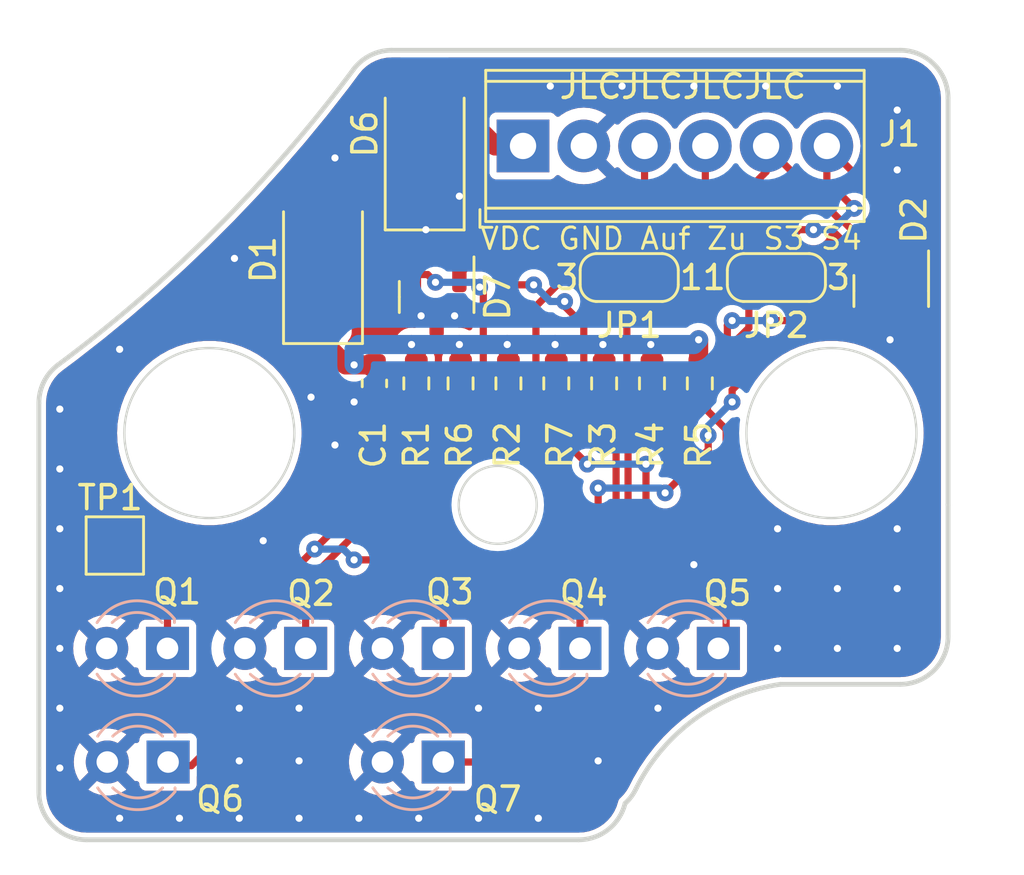
<source format=kicad_pcb>
(kicad_pcb (version 20221018) (generator pcbnew)
  (layers (0 "F.Cu" signal) (31 "B.Cu" signal) (34 "B.Paste" user) (35 "F.Paste" user) (36 "B.SilkS" user "B.Silkscreen") (37 "F.SilkS" user "F.Silkscreen") (38 "B.Mask" user) (39 "F.Mask" user) (44 "Edge.Cuts" user))
  (net 0 "")
  (net 1 "+3.3V")
  (net 2 "GND")
  (net 3 "VDC")
  (net 4 "/Signal3")
  (net 5 "/Signal4")
  (net 6 "/Auf")
  (net 7 "/Zu")
  (net 8 "/SH")
  (net 9 "/Geh")
  (net 10 "/Impuls")
  (net 11 "/WL")
  (net 12 "/Netz")
  (footprint "Capacitor_SMD:C_0603_1608Metric" (layer "F.Cu") (at 100.65 56.425 -90)
    (fp_text reference "C1" (at 2.575 0.05 90) (layer "F.SilkS"))
    (fp_text value "100n")
    (fp_line (start -0.14058 -0.51) (end 0.14058 -0.51) (stroke (width 0.12)) (layer "F.SilkS"))
    (fp_line (start -0.14058 0.51) (end 0.14058 0.51) (stroke (width 0.12)) (layer "F.SilkS"))
    (pad "1" smd roundrect (at -0.775 0 270) (size 0.9 0.95) (layers "F.Cu" "F.Paste" "F.Mask") (net 1 "+3.3V"))
    (pad "2" smd roundrect (at 0.775 0 270) (size 0.9 0.95) (layers "F.Cu" "F.Paste" "F.Mask") (net 2 "GND"))
  )
  (footprint "Resistor_SMD:R_0603_1608Metric" (layer "F.Cu") (at 112.25 56.425 -90)
    (fp_text reference "R4" (at 2.575 0.05 90) (layer "F.SilkS"))
    (fp_text value "10k")
    (fp_line (start -0.237258 -0.5225) (end 0.237258 -0.5225) (stroke (width 0.12)) (layer "F.SilkS"))
    (fp_line (start -0.237258 0.5225) (end 0.237258 0.5225) (stroke (width 0.12)) (layer "F.SilkS"))
    (pad "1" smd roundrect (at -0.825 0 270) (size 0.8 0.95) (layers "F.Cu" "F.Paste" "F.Mask") (net 1 "+3.3V"))
    (pad "2" smd roundrect (at 0.825 0 270) (size 0.8 0.95) (layers "F.Cu" "F.Paste" "F.Mask") (net 8 "/SH"))
  )
  (footprint "Jumper:SolderJumper-3_P1.3mm_Bridged12_RoundedPad1.0x1.5mm_NumberLabels" (layer "F.Cu") (at 111.3 52 180)
    (fp_text reference "JP1" (at 0 -2) (layer "F.SilkS"))
    (fp_text value "JP_Signal3")
    (fp_text user "1" (at -2.6 0) (layer "F.SilkS"))
    (fp_text user "3" (at 2.6 0) (layer "F.SilkS"))
    (fp_poly (pts (xy -0.9 -0.3) (xy -0.4 -0.3) (xy -0.4 0.3) (xy -0.9 0.3)) (fill solid) (layer "F.Cu"))
    (fp_line (start -2.05 0.3) (end -2.05 -0.3) (stroke (width 0.12)) (layer "F.SilkS"))
    (fp_line (start -1.4 -1) (end 1.4 -1) (stroke (width 0.12)) (layer "F.SilkS"))
    (fp_line (start 1.4 1) (end -1.4 1) (stroke (width 0.12)) (layer "F.SilkS"))
    (fp_line (start 2.05 -0.3) (end 2.05 0.3) (stroke (width 0.12)) (layer "F.SilkS"))
    (fp_arc (start -2.05 -0.3) (mid -1.844975 -0.794975) (end -1.35 -1) (stroke (width 0.12)) (layer "F.SilkS"))
    (fp_arc (start -1.35 1) (mid -1.844975 0.794975) (end -2.05 0.3) (stroke (width 0.12)) (layer "F.SilkS"))
    (fp_arc (start 1.35 -1) (mid 1.844975 -0.794975) (end 2.05 -0.3) (stroke (width 0.12)) (layer "F.SilkS"))
    (fp_arc (start 2.05 0.3) (mid 1.844975 0.794975) (end 1.35 1) (stroke (width 0.12)) (layer "F.SilkS"))
    (pad "1" smd custom (at -1.3 0 180) (size 1 0.5) (layers "F.Cu" "F.Mask") (net 8 "/SH") (options (clearance outline) (anchor rect)) (primitives (gr_poly (pts (xy 0.55 0.75) (xy 0 0.75) (xy 0 -0.75) (xy 0.55 -0.75)) (width 0) (fill yes)) (gr_circle (center 0 0.25) (end 0.5 0.25) (width 0) (fill yes)) (gr_circle (center 0 -0.25) (end 0.5 -0.25) (width 0) (fill yes))))
    (pad "2" smd rect (at 0 0 180) (size 1 1.5) (layers "F.Cu" "F.Mask") (net 4 "/Signal3"))
    (pad "3" smd custom (at 1.3 0 180) (size 1 0.5) (layers "F.Cu" "F.Mask") (net 9 "/Geh") (options (clearance outline) (anchor rect)) (primitives (gr_circle (center 0 0.25) (end 0.5 0.25) (width 0) (fill yes)) (gr_circle (center 0 -0.25) (end 0.5 -0.25) (width 0) (fill yes)) (gr_poly (pts (xy 0 0.75) (xy -0.55 0.75) (xy -0.55 -0.75) (xy 0 -0.75)) (width 0) (fill yes))))
  )
  (footprint "Resistor_SMD:R_0603_1608Metric" (layer "F.Cu") (at 102.4 56.425 -90)
    (fp_text reference "R1" (at 2.575 0 90) (layer "F.SilkS"))
    (fp_text value "10k")
    (fp_line (start -0.237258 -0.5225) (end 0.237258 -0.5225) (stroke (width 0.12)) (layer "F.SilkS"))
    (fp_line (start -0.237258 0.5225) (end 0.237258 0.5225) (stroke (width 0.12)) (layer "F.SilkS"))
    (pad "1" smd roundrect (at -0.825 0 270) (size 0.8 0.95) (layers "F.Cu" "F.Paste" "F.Mask") (net 1 "+3.3V"))
    (pad "2" smd roundrect (at 0.825 0 270) (size 0.8 0.95) (layers "F.Cu" "F.Paste" "F.Mask") (net 12 "/Netz"))
  )
  (footprint "Diode_SMD:D_SMA" (layer "F.Cu") (at 98.5 51.25 90)
    (fp_text reference "D1" (at 0 -2.5 90) (layer "F.SilkS"))
    (fp_text value "SS 16")
    (fp_line (start -3.51 -1.65) (end -3.51 1.65) (stroke (width 0.12)) (layer "F.SilkS"))
    (fp_line (start -3.51 -1.65) (end 2 -1.65) (stroke (width 0.12)) (layer "F.SilkS"))
    (fp_line (start -3.51 1.65) (end 2 1.65) (stroke (width 0.12)) (layer "F.SilkS"))
    (pad "1" smd roundrect (at -2 0 90) (size 2.5 1.8) (layers "F.Cu" "F.Paste" "F.Mask") (roundrect_rratio 0.1388888889) (net 1 "+3.3V"))
    (pad "2" smd roundrect (at 2 0 90) (size 2.5 1.8) (layers "F.Cu" "F.Paste" "F.Mask") (roundrect_rratio 0.1388888889) (net 3 "VDC"))
  )
  (footprint "TestPoint:TestPoint_Pad_2.0x2.0mm" (layer "F.Cu") (at 89.8 63.2)
    (fp_text reference "TP1" (at -0.2 -1.998) (layer "F.SilkS"))
    (fp_text value "TestPoint")
    (fp_line (start -1.2 -1.2) (end 1.2 -1.2) (stroke (width 0.12)) (layer "F.SilkS"))
    (fp_line (start -1.2 1.2) (end -1.2 -1.2) (stroke (width 0.12)) (layer "F.SilkS"))
    (fp_line (start 1.2 -1.2) (end 1.2 1.2) (stroke (width 0.12)) (layer "F.SilkS"))
    (fp_line (start 1.2 1.2) (end -1.2 1.2) (stroke (width 0.12)) (layer "F.SilkS"))
    (pad "1" smd rect (at 0 0) (size 2 2) (layers "F.Cu" "F.Mask") (net 12 "/Netz"))
  )
  (footprint "Jumper:SolderJumper-3_P1.3mm_Bridged12_RoundedPad1.0x1.5mm_NumberLabels" (layer "F.Cu") (at 117.45 52)
    (fp_text reference "JP2" (at 0 2) (layer "F.SilkS"))
    (fp_text value "JP_Signal4")
    (fp_text user "1" (at -2.6 0) (layer "F.SilkS"))
    (fp_text user "3" (at 2.6 0) (layer "F.SilkS"))
    (fp_poly (pts (xy -0.9 -0.3) (xy -0.4 -0.3) (xy -0.4 0.3) (xy -0.9 0.3)) (fill solid) (layer "F.Cu"))
    (fp_line (start -2.05 0.3) (end -2.05 -0.3) (stroke (width 0.12)) (layer "F.SilkS"))
    (fp_line (start -1.4 -1) (end 1.4 -1) (stroke (width 0.12)) (layer "F.SilkS"))
    (fp_line (start 1.4 1) (end -1.4 1) (stroke (width 0.12)) (layer "F.SilkS"))
    (fp_line (start 2.05 -0.3) (end 2.05 0.3) (stroke (width 0.12)) (layer "F.SilkS"))
    (fp_arc (start -2.05 -0.3) (mid -1.844975 -0.794975) (end -1.35 -1) (stroke (width 0.12)) (layer "F.SilkS"))
    (fp_arc (start -1.35 1) (mid -1.844975 0.794975) (end -2.05 0.3) (stroke (width 0.12)) (layer "F.SilkS"))
    (fp_arc (start 1.35 -1) (mid 1.844975 -0.794975) (end 2.05 -0.3) (stroke (width 0.12)) (layer "F.SilkS"))
    (fp_arc (start 2.05 0.3) (mid 1.844975 0.794975) (end 1.35 1) (stroke (width 0.12)) (layer "F.SilkS"))
    (pad "1" smd custom (at -1.3 0) (size 1 0.5) (layers "F.Cu" "F.Mask") (net 10 "/Impuls") (options (clearance outline) (anchor rect)) (primitives (gr_poly (pts (xy 0.55 0.75) (xy 0 0.75) (xy 0 -0.75) (xy 0.55 -0.75)) (width 0) (fill yes)) (gr_circle (center 0 0.25) (end 0.5 0.25) (width 0) (fill yes)) (gr_circle (center 0 -0.25) (end 0.5 -0.25) (width 0) (fill yes))))
    (pad "2" smd rect (at 0 0) (size 1 1.5) (layers "F.Cu" "F.Mask") (net 5 "/Signal4"))
    (pad "3" smd custom (at 1.3 0) (size 1 0.5) (layers "F.Cu" "F.Mask") (net 11 "/WL") (options (clearance outline) (anchor rect)) (primitives (gr_circle (center 0 0.25) (end 0.5 0.25) (width 0) (fill yes)) (gr_circle (center 0 -0.25) (end 0.5 -0.25) (width 0) (fill yes)) (gr_poly (pts (xy 0 0.75) (xy -0.55 0.75) (xy -0.55 -0.75) (xy 0 -0.75)) (width 0) (fill yes))))
  )
  (footprint "Resistor_SMD:R_0603_1608Metric" (layer "F.Cu") (at 114.25 56.425 -90)
    (fp_text reference "R5" (at 2.575 0.05 90) (layer "F.SilkS"))
    (fp_text value "10k")
    (fp_line (start -0.237258 -0.5225) (end 0.237258 -0.5225) (stroke (width 0.12)) (layer "F.SilkS"))
    (fp_line (start -0.237258 0.5225) (end 0.237258 0.5225) (stroke (width 0.12)) (layer "F.SilkS"))
    (pad "1" smd roundrect (at -0.825 0 270) (size 0.8 0.95) (layers "F.Cu" "F.Paste" "F.Mask") (net 1 "+3.3V"))
    (pad "2" smd roundrect (at 0.825 0 270) (size 0.8 0.95) (layers "F.Cu" "F.Paste" "F.Mask") (net 11 "/WL"))
  )
  (footprint "Resistor_SMD:R_0603_1608Metric" (layer "F.Cu") (at 108.25 56.425 -90)
    (fp_text reference "R7" (at 2.575 -0.15 90) (layer "F.SilkS"))
    (fp_text value "10k")
    (fp_line (start -0.237258 -0.5225) (end 0.237258 -0.5225) (stroke (width 0.12)) (layer "F.SilkS"))
    (fp_line (start -0.237258 0.5225) (end 0.237258 0.5225) (stroke (width 0.12)) (layer "F.SilkS"))
    (pad "1" smd roundrect (at -0.825 0 270) (size 0.8 0.95) (layers "F.Cu" "F.Paste" "F.Mask") (net 1 "+3.3V"))
    (pad "2" smd roundrect (at 0.825 0 270) (size 0.8 0.95) (layers "F.Cu" "F.Paste" "F.Mask") (net 9 "/Geh"))
  )
  (footprint "Package_TO_SOT_SMD:SOT-23" (layer "F.Cu") (at 122.25 52.5625 -90)
    (fp_text reference "D2" (at -2.9625 -0.95 90) (layer "F.SilkS"))
    (fp_text value "PESD3V3S2UT ")
    (fp_line (start 0 -1.56) (end -1.675 -1.56) (stroke (width 0.12)) (layer "F.SilkS"))
    (fp_line (start 0 -1.56) (end 0.65 -1.56) (stroke (width 0.12)) (layer "F.SilkS"))
    (fp_line (start 0 1.56) (end -0.65 1.56) (stroke (width 0.12)) (layer "F.SilkS"))
    (fp_line (start 0 1.56) (end 0.65 1.56) (stroke (width 0.12)) (layer "F.SilkS"))
    (pad "1" smd roundrect (at -0.9375 -0.95 270) (size 1.475 0.6) (layers "F.Cu" "F.Paste" "F.Mask") (net 5 "/Signal4"))
    (pad "2" smd roundrect (at -0.9375 0.95 270) (size 1.475 0.6) (layers "F.Cu" "F.Paste" "F.Mask") (net 4 "/Signal3"))
    (pad "3" smd roundrect (at 0.9375 0 270) (size 1.475 0.6) (layers "F.Cu" "F.Paste" "F.Mask") (net 2 "GND"))
  )
  (footprint "Resistor_SMD:R_0603_1608Metric" (layer "F.Cu") (at 106.25 56.425 -90)
    (fp_text reference "R2" (at 2.575 0.05 90) (layer "F.SilkS"))
    (fp_text value "10k")
    (fp_line (start -0.237258 -0.5225) (end 0.237258 -0.5225) (stroke (width 0.12)) (layer "F.SilkS"))
    (fp_line (start -0.237258 0.5225) (end 0.237258 0.5225) (stroke (width 0.12)) (layer "F.SilkS"))
    (pad "1" smd roundrect (at -0.825 0 270) (size 0.8 0.95) (layers "F.Cu" "F.Paste" "F.Mask") (net 1 "+3.3V"))
    (pad "2" smd roundrect (at 0.825 0 270) (size 0.8 0.95) (layers "F.Cu" "F.Paste" "F.Mask") (net 6 "/Auf"))
  )
  (footprint "Resistor_SMD:R_0603_1608Metric" (layer "F.Cu") (at 110.25 56.425 -90)
    (fp_text reference "R3" (at 2.575 0.05 90) (layer "F.SilkS"))
    (fp_text value "10k")
    (fp_line (start -0.237258 -0.5225) (end 0.237258 -0.5225) (stroke (width 0.12)) (layer "F.SilkS"))
    (fp_line (start -0.237258 0.5225) (end 0.237258 0.5225) (stroke (width 0.12)) (layer "F.SilkS"))
    (pad "1" smd roundrect (at -0.825 0 270) (size 0.8 0.95) (layers "F.Cu" "F.Paste" "F.Mask") (net 1 "+3.3V"))
    (pad "2" smd roundrect (at 0.825 0 270) (size 0.8 0.95) (layers "F.Cu" "F.Paste" "F.Mask") (net 7 "/Zu"))
  )
  (footprint "Resistor_SMD:R_0603_1608Metric" (layer "F.Cu") (at 104.25 56.425 -90)
    (fp_text reference "R6" (at 2.575 0.05 90) (layer "F.SilkS"))
    (fp_text value "10k")
    (fp_line (start -0.237258 -0.5225) (end 0.237258 -0.5225) (stroke (width 0.12)) (layer "F.SilkS"))
    (fp_line (start -0.237258 0.5225) (end 0.237258 0.5225) (stroke (width 0.12)) (layer "F.SilkS"))
    (pad "1" smd roundrect (at -0.825 0 270) (size 0.8 0.95) (layers "F.Cu" "F.Paste" "F.Mask") (net 1 "+3.3V"))
    (pad "2" smd roundrect (at 0.825 0 270) (size 0.8 0.95) (layers "F.Cu" "F.Paste" "F.Mask") (net 10 "/Impuls"))
  )
  (footprint "TerminalBlock_Phoenix:TerminalBlock_Phoenix_MPT-0,5-6-2.54_1x06_P2.54mm_Horizontal" (layer "F.Cu") (at 106.86 46.5)
    (fp_text reference "J1" (at 15.74 -0.5) (layer "F.SilkS"))
    (fp_text value "DG308 2,54-6")
    (fp_line (start -1.8 2.66) (end -1.8 3.4) (stroke (width 0.12)) (layer "F.SilkS"))
    (fp_line (start -1.8 3.4) (end -1.3 3.4) (stroke (width 0.12)) (layer "F.SilkS"))
    (fp_line (start -1.56 -3.16) (end -1.56 3.16) (stroke (width 0.12)) (layer "F.SilkS"))
    (fp_line (start -1.56 -3.16) (end 14.26 -3.16) (stroke (width 0.12)) (layer "F.SilkS"))
    (fp_line (start -1.56 -2.7) (end 14.26 -2.7) (stroke (width 0.12)) (layer "F.SilkS"))
    (fp_line (start -1.56 2.6) (end 14.26 2.6) (stroke (width 0.12)) (layer "F.SilkS"))
    (fp_line (start -1.56 3.16) (end 14.26 3.16) (stroke (width 0.12)) (layer "F.SilkS"))
    (fp_line (start 14.26 -3.16) (end 14.26 3.16) (stroke (width 0.12)) (layer "F.SilkS"))
    (pad "1" thru_hole rect (at 0 0) (size 2.2 2.2) (drill 1.1) (layers "*.Cu" "*.Mask") (net 3 "VDC"))
    (pad "2" thru_hole circle (at 2.54 0) (size 2.2 2.2) (drill 1.1) (layers "*.Cu" "*.Mask") (net 2 "GND"))
    (pad "3" thru_hole circle (at 5.08 0) (size 2.2 2.2) (drill 1.1) (layers "*.Cu" "*.Mask") (net 6 "/Auf"))
    (pad "4" thru_hole circle (at 7.62 0) (size 2.2 2.2) (drill 1.1) (layers "*.Cu" "*.Mask") (net 7 "/Zu"))
    (pad "5" thru_hole circle (at 10.16 0) (size 2.2 2.2) (drill 1.1) (layers "*.Cu" "*.Mask") (net 4 "/Signal3"))
    (pad "6" thru_hole circle (at 12.7 0) (size 2.2 2.2) (drill 1.1) (layers "*.Cu" "*.Mask") (net 5 "/Signal4"))
  )
  (footprint "Diode_SMD:D_SMA" (layer "F.Cu") (at 102.75 46.5 90)
    (fp_text reference "D6" (at 0.5 -2.5 90) (layer "F.SilkS"))
    (fp_text value "P4SMAJ5.0CA")
    (fp_line (start -3.51 -1.65) (end -3.51 1.65) (stroke (width 0.12)) (layer "F.SilkS"))
    (fp_line (start -3.51 -1.65) (end 2 -1.65) (stroke (width 0.12)) (layer "F.SilkS"))
    (fp_line (start -3.51 1.65) (end 2 1.65) (stroke (width 0.12)) (layer "F.SilkS"))
    (pad "1" smd roundrect (at -2 0 90) (size 2.5 1.8) (layers "F.Cu" "F.Paste" "F.Mask") (roundrect_rratio 0.1388888889) (net 2 "GND"))
    (pad "2" smd roundrect (at 2 0 90) (size 2.5 1.8) (layers "F.Cu" "F.Paste" "F.Mask") (roundrect_rratio 0.1388888889) (net 3 "VDC"))
  )
  (footprint "Package_TO_SOT_SMD:SOT-23" (layer "F.Cu") (at 103.25 52.8125 -90)
    (fp_text reference "D7" (at 0 -2.55 90) (layer "F.SilkS"))
    (fp_text value "PESD3V3S2UT ")
    (fp_line (start 0 -1.56) (end -1.675 -1.56) (stroke (width 0.12)) (layer "F.SilkS"))
    (fp_line (start 0 -1.56) (end 0.65 -1.56) (stroke (width 0.12)) (layer "F.SilkS"))
    (fp_line (start 0 1.56) (end -0.65 1.56) (stroke (width 0.12)) (layer "F.SilkS"))
    (fp_line (start 0 1.56) (end 0.65 1.56) (stroke (width 0.12)) (layer "F.SilkS"))
    (pad "1" smd roundrect (at -0.9375 -0.95 270) (size 1.475 0.6) (layers "F.Cu" "F.Paste" "F.Mask") (net 7 "/Zu"))
    (pad "2" smd roundrect (at -0.9375 0.95 270) (size 1.475 0.6) (layers "F.Cu" "F.Paste" "F.Mask") (net 6 "/Auf"))
    (pad "3" smd roundrect (at 0.9375 0 270) (size 1.475 0.6) (layers "F.Cu" "F.Paste" "F.Mask") (net 2 "GND"))
  )
  (footprint "LED_THT:LED_D3.0mm_Clear" (layer "B.Cu") (at 97.775 67.5 180)
    (fp_text reference "Q2" (at -0.225 2.3) (layer "F.SilkS"))
    (fp_text value "SFH309-5")
    (fp_line (start -0.29 -1.08) (end -0.29 -1.236) (stroke (width 0.12)) (layer "B.SilkS"))
    (fp_line (start -0.29 1.236) (end -0.29 1.08) (stroke (width 0.12)) (layer "B.SilkS"))
    (fp_arc (start -0.29 -1.235516) (mid 1.366487 -1.987659) (end 2.942335 -1.078608) (stroke (width 0.12)) (layer "B.SilkS"))
    (fp_arc (start 0.229039 -1.08) (mid 1.270117 -1.5) (end 2.31113 -1.079837) (stroke (width 0.12)) (layer "B.SilkS"))
    (fp_arc (start 2.31113 1.079837) (mid 1.270117 1.5) (end 0.229039 1.08) (stroke (width 0.12)) (layer "B.SilkS"))
    (fp_arc (start 2.942335 1.078608) (mid 1.366487 1.987659) (end -0.29 1.235516) (stroke (width 0.12)) (layer "B.SilkS"))
    (pad "1" thru_hole rect (at 0 0 180) (size 1.8 1.8) (drill 0.9) (layers "*.Cu" "*.Mask") (net 6 "/Auf"))
    (pad "2" thru_hole circle (at 2.54 0 180) (size 1.8 1.8) (drill 0.9) (layers "*.Cu" "*.Mask") (net 2 "GND"))
  )
  (footprint "LED_THT:LED_D3.0mm_Clear" (layer "B.Cu") (at 103.525 67.5 180)
    (fp_text reference "Q3" (at -0.275 2.36) (layer "F.SilkS"))
    (fp_text value "SFH309-5")
    (fp_line (start -0.29 -1.08) (end -0.29 -1.236) (stroke (width 0.12)) (layer "B.SilkS"))
    (fp_line (start -0.29 1.236) (end -0.29 1.08) (stroke (width 0.12)) (layer "B.SilkS"))
    (fp_arc (start -0.29 -1.235516) (mid 1.366487 -1.987659) (end 2.942335 -1.078608) (stroke (width 0.12)) (layer "B.SilkS"))
    (fp_arc (start 0.229039 -1.08) (mid 1.270117 -1.5) (end 2.31113 -1.079837) (stroke (width 0.12)) (layer "B.SilkS"))
    (fp_arc (start 2.31113 1.079837) (mid 1.270117 1.5) (end 0.229039 1.08) (stroke (width 0.12)) (layer "B.SilkS"))
    (fp_arc (start 2.942335 1.078608) (mid 1.366487 1.987659) (end -0.29 1.235516) (stroke (width 0.12)) (layer "B.SilkS"))
    (pad "1" thru_hole rect (at 0 0 180) (size 1.8 1.8) (drill 0.9) (layers "*.Cu" "*.Mask") (net 7 "/Zu"))
    (pad "2" thru_hole circle (at 2.54 0 180) (size 1.8 1.8) (drill 0.9) (layers "*.Cu" "*.Mask") (net 2 "GND"))
  )
  (footprint "LED_THT:LED_D3.0mm_Clear" (layer "B.Cu") (at 92 67.5 180)
    (fp_text reference "Q1" (at -0.4 2.36) (layer "F.SilkS"))
    (fp_text value "SFH309-5")
    (fp_line (start -0.29 -1.08) (end -0.29 -1.236) (stroke (width 0.12)) (layer "B.SilkS"))
    (fp_line (start -0.29 1.236) (end -0.29 1.08) (stroke (width 0.12)) (layer "B.SilkS"))
    (fp_arc (start -0.29 -1.235516) (mid 1.366487 -1.987659) (end 2.942335 -1.078608) (stroke (width 0.12)) (layer "B.SilkS"))
    (fp_arc (start 0.229039 -1.08) (mid 1.270117 -1.5) (end 2.31113 -1.079837) (stroke (width 0.12)) (layer "B.SilkS"))
    (fp_arc (start 2.31113 1.079837) (mid 1.270117 1.5) (end 0.229039 1.08) (stroke (width 0.12)) (layer "B.SilkS"))
    (fp_arc (start 2.942335 1.078608) (mid 1.366487 1.987659) (end -0.29 1.235516) (stroke (width 0.12)) (layer "B.SilkS"))
    (pad "1" thru_hole rect (at 0 0 180) (size 1.8 1.8) (drill 0.9) (layers "*.Cu" "*.Mask") (net 12 "/Netz"))
    (pad "2" thru_hole circle (at 2.54 0 180) (size 1.8 1.8) (drill 0.9) (layers "*.Cu" "*.Mask") (net 2 "GND"))
  )
  (footprint "LED_THT:LED_D3.0mm_Clear" (layer "B.Cu") (at 109.24 67.5 180)
    (fp_text reference "Q4" (at -0.16 2.3) (layer "F.SilkS"))
    (fp_text value "SFH309-5")
    (fp_line (start -0.29 -1.08) (end -0.29 -1.236) (stroke (width 0.12)) (layer "B.SilkS"))
    (fp_line (start -0.29 1.236) (end -0.29 1.08) (stroke (width 0.12)) (layer "B.SilkS"))
    (fp_arc (start -0.29 -1.235516) (mid 1.366487 -1.987659) (end 2.942335 -1.078608) (stroke (width 0.12)) (layer "B.SilkS"))
    (fp_arc (start 0.229039 -1.08) (mid 1.270117 -1.5) (end 2.31113 -1.079837) (stroke (width 0.12)) (layer "B.SilkS"))
    (fp_arc (start 2.31113 1.079837) (mid 1.270117 1.5) (end 0.229039 1.08) (stroke (width 0.12)) (layer "B.SilkS"))
    (fp_arc (start 2.942335 1.078608) (mid 1.366487 1.987659) (end -0.29 1.235516) (stroke (width 0.12)) (layer "B.SilkS"))
    (pad "1" thru_hole rect (at 0 0 180) (size 1.8 1.8) (drill 0.9) (layers "*.Cu" "*.Mask") (net 8 "/SH"))
    (pad "2" thru_hole circle (at 2.54 0 180) (size 1.8 1.8) (drill 0.9) (layers "*.Cu" "*.Mask") (net 2 "GND"))
  )
  (footprint "LED_THT:LED_D3.0mm_Clear" (layer "B.Cu") (at 115.025 67.5 180)
    (fp_text reference "Q5" (at -0.375 2.3) (layer "F.SilkS"))
    (fp_text value "SFH309-5")
    (fp_line (start -0.29 -1.08) (end -0.29 -1.236) (stroke (width 0.12)) (layer "B.SilkS"))
    (fp_line (start -0.29 1.236) (end -0.29 1.08) (stroke (width 0.12)) (layer "B.SilkS"))
    (fp_arc (start -0.29 -1.235516) (mid 1.366487 -1.987659) (end 2.942335 -1.078608) (stroke (width 0.12)) (layer "B.SilkS"))
    (fp_arc (start 0.229039 -1.08) (mid 1.270117 -1.5) (end 2.31113 -1.079837) (stroke (width 0.12)) (layer "B.SilkS"))
    (fp_arc (start 2.31113 1.079837) (mid 1.270117 1.5) (end 0.229039 1.08) (stroke (width 0.12)) (layer "B.SilkS"))
    (fp_arc (start 2.942335 1.078608) (mid 1.366487 1.987659) (end -0.29 1.235516) (stroke (width 0.12)) (layer "B.SilkS"))
    (pad "1" thru_hole rect (at 0 0 180) (size 1.8 1.8) (drill 0.9) (layers "*.Cu" "*.Mask") (net 11 "/WL"))
    (pad "2" thru_hole circle (at 2.54 0 180) (size 1.8 1.8) (drill 0.9) (layers "*.Cu" "*.Mask") (net 2 "GND"))
  )
  (footprint "LED_THT:LED_D3.0mm_Clear" (layer "B.Cu") (at 92.025 72.25 180)
    (fp_text reference "Q6" (at -2.175 -1.55) (layer "F.SilkS"))
    (fp_text value "SFH309-5")
    (fp_line (start -0.29 -1.08) (end -0.29 -1.236) (stroke (width 0.12)) (layer "B.SilkS"))
    (fp_line (start -0.29 1.236) (end -0.29 1.08) (stroke (width 0.12)) (layer "B.SilkS"))
    (fp_arc (start -0.29 -1.235516) (mid 1.366487 -1.987659) (end 2.942335 -1.078608) (stroke (width 0.12)) (layer "B.SilkS"))
    (fp_arc (start 0.229039 -1.08) (mid 1.270117 -1.5) (end 2.31113 -1.079837) (stroke (width 0.12)) (layer "B.SilkS"))
    (fp_arc (start 2.31113 1.079837) (mid 1.270117 1.5) (end 0.229039 1.08) (stroke (width 0.12)) (layer "B.SilkS"))
    (fp_arc (start 2.942335 1.078608) (mid 1.366487 1.987659) (end -0.29 1.235516) (stroke (width 0.12)) (layer "B.SilkS"))
    (pad "1" thru_hole rect (at 0 0 180) (size 1.8 1.8) (drill 0.9) (layers "*.Cu" "*.Mask") (net 10 "/Impuls"))
    (pad "2" thru_hole circle (at 2.54 0 180) (size 1.8 1.8) (drill 0.9) (layers "*.Cu" "*.Mask") (net 2 "GND"))
  )
  (footprint "LED_THT:LED_D3.0mm_Clear" (layer "B.Cu") (at 103.525 72.25 180)
    (fp_text reference "Q7" (at -2.275 -1.55) (layer "F.SilkS"))
    (fp_text value "SFH309-5")
    (fp_line (start -0.29 -1.08) (end -0.29 -1.236) (stroke (width 0.12)) (layer "B.SilkS"))
    (fp_line (start -0.29 1.236) (end -0.29 1.08) (stroke (width 0.12)) (layer "B.SilkS"))
    (fp_arc (start -0.29 -1.235516) (mid 1.366487 -1.987659) (end 2.942335 -1.078608) (stroke (width 0.12)) (layer "B.SilkS"))
    (fp_arc (start 0.229039 -1.08) (mid 1.270117 -1.5) (end 2.31113 -1.079837) (stroke (width 0.12)) (layer "B.SilkS"))
    (fp_arc (start 2.31113 1.079837) (mid 1.270117 1.5) (end 0.229039 1.08) (stroke (width 0.12)) (layer "B.SilkS"))
    (fp_arc (start 2.942335 1.078608) (mid 1.366487 1.987659) (end -0.29 1.235516) (stroke (width 0.12)) (layer "B.SilkS"))
    (pad "1" thru_hole rect (at 0 0 180) (size 1.8 1.8) (drill 0.9) (layers "*.Cu" "*.Mask") (net 9 "/Geh"))
    (pad "2" thru_hole circle (at 2.54 0 180) (size 1.8 1.8) (drill 0.9) (layers "*.Cu" "*.Mask") (net 2 "GND"))
  )
  (gr_line (start 122.625314 69) (end 117.625314 69) (stroke (width 0.2)) (layer "Edge.Cuts"))
  (gr_line (start 124.625314 61.5) (end 124.625314 67) (stroke (width 0.2)) (layer "Edge.Cuts"))
  (gr_line (start 86.625313 61.5) (end 86.625313 57.249372) (stroke (width 0.2)) (layer "Edge.Cuts"))
  (gr_arc (start 111.125314 73.980314) (mid 110.416601 75.074901) (end 109.183846 75.5) (stroke (width 0.2)) (layer "Edge.Cuts"))
  (gr_arc (start 88.625313 75.5) (mid 87.211099 74.914214) (end 86.625313 73.5) (stroke (width 0.2)) (layer "Edge.Cuts"))
  (gr_line (start 124.625314 44.5) (end 124.625314 61.5) (stroke (width 0.2)) (layer "Edge.Cuts"))
  (gr_arc (start 86.625313 57.249372) (mid 86.838263 56.351345) (end 87.431765 55.644553) (stroke (width 0.2)) (layer "Edge.Cuts"))
  (gr_line (start 101.374685 42.5) (end 122.625314 42.5) (stroke (width 0.2)) (layer "Edge.Cuts"))
  (gr_line (start 86.625313 73.5) (end 86.625313 72.5) (stroke (width 0.2)) (layer "Edge.Cuts"))
  (gr_circle (center 93.75 58.5) (end 96 55.75) (stroke (width 0.1)) (fill none) (layer "Edge.Cuts"))
  (gr_circle (center 105.803167 61.5) (end 107.25 60.75) (stroke (width 0.1)) (fill none) (layer "Edge.Cuts"))
  (gr_arc (start 124.625314 67) (mid 124.039528 68.414214) (end 122.625314 69) (stroke (width 0.2)) (layer "Edge.Cuts"))
  (gr_arc (start 99.769867 43.306452) (mid 94.05172 49.926407) (end 87.431765 55.644553) (stroke (width 0.2)) (layer "Edge.Cuts"))
  (gr_arc (start 111.574427 73.3841) (mid 111.377932 73.703345) (end 111.125314 73.980314) (stroke (width 0.2)) (layer "Edge.Cuts"))
  (gr_circle (center 119.75 58.5) (end 122 55.75) (stroke (width 0.1)) (fill none) (layer "Edge.Cuts"))
  (gr_arc (start 99.769867 43.306452) (mid 100.476659 42.71295) (end 101.374685 42.5) (stroke (width 0.2)) (layer "Edge.Cuts"))
  (gr_line (start 111.616488 73.3) (end 111.574427 73.3841) (stroke (width 0.2)) (layer "Edge.Cuts"))
  (gr_arc (start 111.616488 73.3) (mid 114.094725 70.41472) (end 117.625314 69) (stroke (width 0.2)) (layer "Edge.Cuts"))
  (gr_line (start 86.625313 72.5) (end 86.625313 61.5) (stroke (width 0.2)) (layer "Edge.Cuts"))
  (gr_arc (start 122.625314 42.5) (mid 124.039528 43.085786) (end 124.625314 44.5) (stroke (width 0.2)) (layer "Edge.Cuts"))
  (gr_line (start 109.183846 75.5) (end 88.625313 75.5) (stroke (width 0.2)) (layer "Edge.Cuts"))
  (gr_text "VDC GND Auf Zu S3 S4" (at 105 50.9) (layer "F.SilkS") (effects (font (size 0.9 0.9) (thickness 0.12)) (justify left bottom)))
  (gr_text "JLCJLCJLCJLC" (at 108.3 44.6) (layer "F.SilkS") (effects (font (size 1 1)) (justify left bottom)))
  (segment (start 108.25 55.6) (end 108.25 54.85) (width 0.8) (layer "F.Cu") (net 1))
  (segment (start 100.65 55.65) (end 99.8 55.65) (width 0.8) (layer "F.Cu") (net 1))
  (segment (start 99.45 55.65) (end 99.8 55.65) (width 0.8) (layer "F.Cu") (net 1))
  (segment (start 102.4 55) (end 102.2 54.8) (width 0.8) (layer "F.Cu") (net 1))
  (segment (start 106.25 54.85) (end 106.2 54.8) (width 0.8) (layer "F.Cu") (net 1))
  (segment (start 114.2 54.6) (end 114.2 55.55) (width 0.8) (layer "F.Cu") (net 1))
  (segment (start 98.5 54.7) (end 99.45 55.65) (width 0.8) (layer "F.Cu") (net 1))
  (segment (start 108.25 54.85) (end 108.2 54.8) (width 0.8) (layer "F.Cu") (net 1))
  (segment (start 112.25 54.85) (end 112.2 54.8) (width 0.8) (layer "F.Cu") (net 1))
  (segment (start 114.2 55.55) (end 114.25 55.6) (width 0.8) (layer "F.Cu") (net 1))
  (segment (start 112.25 55.6) (end 112.25 54.85) (width 0.8) (layer "F.Cu") (net 1))
  (segment (start 110.25 55.6) (end 110.25 54.85) (width 0.8) (layer "F.Cu") (net 1))
  (segment (start 102.4 55.6) (end 102.4 55) (width 0.8) (layer "F.Cu") (net 1))
  (segment (start 98.5 53.25) (end 98.5 54.7) (width 0.8) (layer "F.Cu") (net 1))
  (segment (start 106.25 55.6) (end 106.25 54.85) (width 0.8) (layer "F.Cu") (net 1))
  (segment (start 104.25 54.85) (end 104.2 54.8) (width 0.8) (layer "F.Cu") (net 1))
  (segment (start 110.25 54.85) (end 110.2 54.8) (width 0.8) (layer "F.Cu") (net 1))
  (segment (start 104.25 55.6) (end 104.25 54.85) (width 0.8) (layer "F.Cu") (net 1))
  (via (at 110.2 54.8) (size 0.7) (drill 0.3) (layers "F.Cu" "B.Cu") (net 1))
  (via (at 102.2 54.8) (size 0.7) (drill 0.3) (layers "F.Cu" "B.Cu") (net 1))
  (via (at 104.2 54.8) (size 0.7) (drill 0.3) (layers "F.Cu" "B.Cu") (net 1))
  (via (at 112.2 54.8) (size 0.7) (drill 0.3) (layers "F.Cu" "B.Cu") (net 1))
  (via (at 114.2 54.6) (size 0.7) (drill 0.3) (layers "F.Cu" "B.Cu") (net 1))
  (via (at 106.2 54.8) (size 0.7) (drill 0.3) (layers "F.Cu" "B.Cu") (net 1))
  (via (at 99.8 55.65) (size 0.7) (drill 0.3) (layers "F.Cu" "B.Cu") (net 1))
  (via (at 108.2 54.8) (size 0.7) (drill 0.3) (layers "F.Cu" "B.Cu") (net 1))
  (segment (start 100 54.8) (end 102.2 54.8) (width 0.8) (layer "B.Cu") (net 1))
  (segment (start 108.2 54.8) (end 110.2 54.8) (width 0.8) (layer "B.Cu") (net 1))
  (segment (start 104.2 54.8) (end 106.2 54.8) (width 0.8) (layer "B.Cu") (net 1))
  (segment (start 110.2 54.8) (end 112.2 54.8) (width 0.8) (layer "B.Cu") (net 1))
  (segment (start 102.2 54.8) (end 104.2 54.8) (width 0.8) (layer "B.Cu") (net 1))
  (segment (start 106.2 54.8) (end 108.2 54.8) (width 0.8) (layer "B.Cu") (net 1))
  (segment (start 99.8 55.65) (end 99.8 55) (width 0.8) (layer "B.Cu") (net 1))
  (segment (start 99.8 55) (end 100 54.8) (width 0.8) (layer "B.Cu") (net 1))
  (segment (start 112.2 54.8) (end 114 54.8) (width 0.8) (layer "B.Cu") (net 1))
  (segment (start 114 54.8) (end 114.2 54.6) (width 0.8) (layer "B.Cu") (net 1))
  (segment (start 102.75 49.95) (end 102.8 50) (width 0.8) (layer "F.Cu") (net 2))
  (segment (start 103.85 53.75) (end 104 53.6) (width 0.3) (layer "F.Cu") (net 2))
  (segment (start 103.25 53.75) (end 102.75 53.75) (width 0.3) (layer "F.Cu") (net 2))
  (segment (start 100.65 57.2) (end 99.8 57.2) (width 0.3) (layer "F.Cu") (net 2))
  (segment (start 122.25 54.55) (end 122.2 54.6) (width 0.3) (layer "F.Cu") (net 2))
  (segment (start 122.25 53.5) (end 122.25 54.55) (width 0.3) (layer "F.Cu") (net 2))
  (segment (start 104.1 48.5) (end 104.2 48.6) (width 0.8) (layer "F.Cu") (net 2))
  (segment (start 103.25 53.75) (end 103.85 53.75) (width 0.3) (layer "F.Cu") (net 2))
  (segment (start 102.75 53.75) (end 102.6 53.6) (width 0.3) (layer "F.Cu") (net 2))
  (segment (start 102.75 48.5) (end 104.1 48.5) (width 0.8) (layer "F.Cu") (net 2))
  (segment (start 102.75 48.5) (end 102.75 49.95) (width 0.8) (layer "F.Cu") (net 2))
  (via (at 111 44) (size 0.7) (drill 0.3) (layers "F.Cu" "B.Cu") (net 2))
  (via (at 90 55) (size 0.7) (drill 0.3) (layers "F.Cu" "B.Cu") (net 2))
  (via (at 107.5 74.6) (size 0.7) (drill 0.3) (layers "F.Cu" "B.Cu") (net 2))
  (via (at 104 53.6) (size 0.7) (drill 0.3) (layers "F.Cu" "B.Cu") (net 2))
  (via (at 117.5 67.5) (size 0.7) (drill 0.3) (layers "F.Cu" "B.Cu") (net 2))
  (via (at 87.5 65) (size 0.7) (drill 0.3) (layers "F.Cu" "B.Cu") (net 2))
  (via (at 122.5 65) (size 0.7) (drill 0.3) (layers "F.Cu" "B.Cu") (net 2))
  (via (at 87.5 72.5) (size 0.7) (drill 0.3) (layers "F.Cu" "B.Cu") (net 2))
  (via (at 99.8 57.2) (size 0.7) (drill 0.3) (layers "F.Cu" "B.Cu") (net 2))
  (via (at 117.5 62.5) (size 0.7) (drill 0.3) (layers "F.Cu" "B.Cu") (net 2))
  (via (at 110 72.2) (size 0.7) (drill 0.3) (layers "F.Cu" "B.Cu") (net 2))
  (via (at 95 70) (size 0.7) (drill 0.3) (layers "F.Cu" "B.Cu") (net 2))
  (via (at 98 57) (size 0.7) (drill 0.3) (layers "F.Cu" "B.Cu") (net 2))
  (via (at 87.5 67.5) (size 0.7) (drill 0.3) (layers "F.Cu" "B.Cu") (net 2))
  (via (at 87.5 62.5) (size 0.7) (drill 0.3) (layers "F.Cu" "B.Cu") (net 2))
  (via (at 122.5 45) (size 0.7) (drill 0.3) (layers "F.Cu" "B.Cu") (net 2))
  (via (at 97.5 74.6) (size 0.7) (drill 0.3) (layers "F.Cu" "B.Cu") (net 2))
  (via (at 122.5 67.5) (size 0.7) (drill 0.3) (layers "F.Cu" "B.Cu") (net 2))
  (via (at 95 74.6) (size 0.7) (drill 0.3) (layers "F.Cu" "B.Cu") (net 2))
  (via (at 117.5 65) (size 0.7) (drill 0.3) (layers "F.Cu" "B.Cu") (net 2))
  (via (at 105 70) (size 0.7) (drill 0.3) (layers "F.Cu" "B.Cu") (net 2))
  (via (at 87.5 60) (size 0.7) (drill 0.3) (layers "F.Cu" "B.Cu") (net 2))
  (via (at 102.8 50) (size 0.7) (drill 0.3) (layers "F.Cu" "B.Cu") (net 2))
  (via (at 104.2 48.6) (size 0.7) (drill 0.3) (layers "F.Cu" "B.Cu") (net 2))
  (via (at 92.5 74.6) (size 0.7) (drill 0.3) (layers "F.Cu" "B.Cu") (net 2))
  (via (at 120 44) (size 0.7) (drill 0.3) (layers "F.Cu" "B.Cu") (net 2))
  (via (at 120 65) (size 0.7) (drill 0.3) (layers "F.Cu" "B.Cu") (net 2))
  (via (at 120 67.5) (size 0.7) (drill 0.3) (layers "F.Cu" "B.Cu") (net 2))
  (via (at 114 64) (size 0.7) (drill 0.3) (layers "F.Cu" "B.Cu") (net 2))
  (via (at 99 59) (size 0.7) (drill 0.3) (layers "F.Cu" "B.Cu") (net 2))
  (via (at 122.5 47.5) (size 0.7) (drill 0.3) (layers "F.Cu" "B.Cu") (net 2))
  (via (at 114 44) (size 0.7) (drill 0.3) (layers "F.Cu" "B.Cu") (net 2))
  (via (at 102.5 74.6) (size 0.7) (drill 0.3) (layers "F.Cu" "B.Cu") (net 2))
  (via (at 112.5 70) (size 0.7) (drill 0.3) (layers "F.Cu" "B.Cu") (net 2))
  (via (at 87.5 57.5) (size 0.7) (drill 0.3) (layers "F.Cu" "B.Cu") (net 2))
  (via (at 122.2 54.6) (size 0.7) (drill 0.3) (layers "F.Cu" "B.Cu") (net 2))
  (via (at 97.5 72.2) (size 0.7) (drill 0.3) (layers "F.Cu" "B.Cu") (net 2))
  (via (at 96 63) (size 0.7) (drill 0.3) (layers "F.Cu" "B.Cu") (net 2))
  (via (at 122.5 62.5) (size 0.7) (drill 0.3) (layers "F.Cu" "B.Cu") (net 2))
  (via (at 97.5 70) (size 0.7) (drill 0.3) (layers "F.Cu" "B.Cu") (net 2))
  (via (at 87.5 70) (size 0.7) (drill 0.3) (layers "F.Cu" "B.Cu") (net 2))
  (via (at 102.6 53.6) (size 0.7) (drill 0.3) (layers "F.Cu" "B.Cu") (net 2))
  (via (at 95 72.2) (size 0.7) (drill 0.3) (layers "F.Cu" "B.Cu") (net 2))
  (via (at 107.5 70) (size 0.7) (drill 0.3) (layers "F.Cu" "B.Cu") (net 2))
  (via (at 117 44) (size 0.7) (drill 0.3) (layers "F.Cu" "B.Cu") (net 2))
  (via (at 90 74.6) (size 0.7) (drill 0.3) (layers "F.Cu" "B.Cu") (net 2))
  (via (at 108 44) (size 0.7) (drill 0.3) (layers "F.Cu" "B.Cu") (net 2))
  (via (at 94.8 51.2) (size 0.7) (drill 0.3) (layers "F.Cu" "B.Cu") (net 2))
  (via (at 99 47) (size 0.7) (drill 0.3) (layers "F.Cu" "B.Cu") (net 2))
  (via (at 105 74.6) (size 0.7) (drill 0.3) (layers "F.Cu" "B.Cu") (net 2))
  (via (at 100 74.6) (size 0.7) (drill 0.3) (layers "F.Cu" "B.Cu") (net 2))
  (segment (start 99.95 49.25) (end 100.6 48.6) (width 0.8) (layer "F.Cu") (net 3))
  (segment (start 101.5 44.5) (end 102.75 44.5) (width 0.8) (layer "F.Cu") (net 3))
  (segment (start 100.6 45.4) (end 101.5 44.5) (width 0.8) (layer "F.Cu") (net 3))
  (segment (start 105.7 46.5) (end 103.7 44.5) (width 0.8) (layer "F.Cu") (net 3))
  (segment (start 100.6 48.6) (end 100.6 45.4) (width 0.8) (layer "F.Cu") (net 3))
  (segment (start 98.5 49.25) (end 99.95 49.25) (width 0.8) (layer "F.Cu") (net 3))
  (segment (start 106.86 46.5) (end 105.7 46.5) (width 0.8) (layer "F.Cu") (net 3))
  (segment (start 103.7 44.5) (end 102.75 44.5) (width 0.8) (layer "F.Cu") (net 3))
  (segment (start 111.3 52) (end 111.3 51.1) (width 0.3) (layer "F.Cu") (net 4))
  (segment (start 121.3 51.625) (end 121.3 50.7) (width 0.3) (layer "F.Cu") (net 4))
  (segment (start 113.8 50.8) (end 117.02 47.58) (width 0.3) (layer "F.Cu") (net 4))
  (segment (start 111.3 51.1) (end 111.6 50.8) (width 0.3) (layer "F.Cu") (net 4))
  (segment (start 117.02 47.58) (end 117.02 46.5) (width 0.3) (layer "F.Cu") (net 4))
  (segment (start 121.3 50.7) (end 120.2 49.6) (width 0.3) (layer "F.Cu") (net 4))
  (segment (start 111.6 50.8) (end 113.8 50.8) (width 0.3) (layer "F.Cu") (net 4))
  (segment (start 120.2 49.6) (end 120.12 49.6) (width 0.3) (layer "F.Cu") (net 4))
  (segment (start 120.12 49.6) (end 117.02 46.5) (width 0.3) (layer "F.Cu") (net 4))
  (segment (start 118.4 50) (end 119 50) (width 0.3) (layer "F.Cu") (net 5))
  (segment (start 117.45 50.95) (end 118.4 50) (width 0.3) (layer "F.Cu") (net 5))
  (segment (start 119.56 47.96) (end 119.56 46.5) (width 0.3) (layer "F.Cu") (net 5))
  (segment (start 120.700206 49.100206) (end 119.56 47.96) (width 0.3) (layer "F.Cu") (net 5))
  (segment (start 120.700206 49.110312) (end 120.700206 49.100206) (width 0.3) (layer "F.Cu") (net 5))
  (segment (start 123.2 50.14) (end 123.2 51.625) (width 0.3) (layer "F.Cu") (net 5))
  (segment (start 117.45 52) (end 117.45 50.95) (width 0.3) (layer "F.Cu") (net 5))
  (segment (start 119.56 46.5) (end 123.2 50.14) (width 0.3) (layer "F.Cu") (net 5))
  (via (at 120.700206 49.110312) (size 0.7) (drill 0.3) (layers "F.Cu" "B.Cu") (net 5))
  (via (at 119 50) (size 0.7) (drill 0.3) (layers "F.Cu" "B.Cu") (net 5))
  (segment (start 119.810518 50) (end 120.700206 49.110312) (width 0.3) (layer "B.Cu") (net 5))
  (segment (start 119 50) (end 119.810518 50) (width 0.3) (layer "B.Cu") (net 5))
  (segment (start 111.4 49) (end 112 48.4) (width 0.3) (layer "F.Cu") (net 6))
  (segment (start 112 48.4) (end 111.94 48.34) (width 0.3) (layer "F.Cu") (net 6))
  (segment (start 107.4 49) (end 111.4 49) (width 0.3) (layer "F.Cu") (net 6))
  (segment (start 105.2 52.55) (end 105.2 56.8) (width 0.3) (layer "F.Cu") (net 6))
  (segment (start 105.05 52.4) (end 105.2 52.55) (width 0.3) (layer "F.Cu") (net 6))
  (segment (start 104.560661 58) (end 97.775 64.785661) (width 0.3) (layer "F.Cu") (net 6))
  (segment (start 105.65 57.25) (end 106.25 57.25) (width 0.3) (layer "F.Cu") (net 6))
  (segment (start 102.3 51.875) (end 102.3 50.9) (width 0.3) (layer "F.Cu") (net 6))
  (segment (start 102.3 51.875) (end 102.875 51.875) (width 0.3) (layer "F.Cu") (net 6))
  (segment (start 105.025 58) (end 104.560661 58) (width 0.3) (layer "F.Cu") (net 6))
  (segment (start 102.875 51.875) (end 103.2 52.2) (width 0.3) (layer "F.Cu") (net 6))
  (segment (start 111.94 48.34) (end 111.94 46.5) (width 0.3) (layer "F.Cu") (net 6))
  (segment (start 103.6 50.8) (end 104.4 50) (width 0.3) (layer "F.Cu") (net 6))
  (segment (start 104.4 50) (end 106.4 50) (width 0.3) (layer "F.Cu") (net 6))
  (segment (start 106.4 50) (end 107.4 49) (width 0.3) (layer "F.Cu") (net 6))
  (segment (start 105.775 57.25) (end 105.025 58) (width 0.3) (layer "F.Cu") (net 6))
  (segment (start 105.2 56.8) (end 105.65 57.25) (width 0.3) (layer "F.Cu") (net 6))
  (segment (start 97.775 64.785661) (end 97.775 67.5) (width 0.3) (layer "F.Cu") (net 6))
  (segment (start 102.4 50.8) (end 103.6 50.8) (width 0.3) (layer "F.Cu") (net 6))
  (segment (start 106.25 57.25) (end 105.775 57.25) (width 0.3) (layer "F.Cu") (net 6))
  (segment (start 102.3 50.9) (end 102.4 50.8) (width 0.3) (layer "F.Cu") (net 6))
  (via (at 105.05 52.4) (size 0.7) (drill 0.3) (layers "F.Cu" "B.Cu") (net 6))
  (via (at 103.2 52.2) (size 0.7) (drill 0.3) (layers "F.Cu" "B.Cu") (net 6))
  (segment (start 103.2 52.2) (end 104.85 52.2) (width 0.3) (layer "B.Cu") (net 6))
  (segment (start 104.85 52.2) (end 105.05 52.4) (width 0.3) (layer "B.Cu") (net 6))
  (segment (start 108.6 53.2) (end 108.6 53) (width 0.3) (layer "F.Cu") (net 7))
  (segment (start 109.4 56.4) (end 109.4 56.2) (width 0.3) (layer "F.Cu") (net 7))
  (segment (start 110.75 57.75) (end 110.25 57.25) (width 0.3) (layer "F.Cu") (net 7))
  (segment (start 104.475 51.6) (end 104.2 51.875) (width 0.3) (layer "F.Cu") (net 7))
  (segment (start 113.6 49.6) (end 114.48 48.72) (width 0.3) (layer "F.Cu") (net 7))
  (segment (start 109.4 54) (end 109.2 53.8) (width 0.3) (layer "F.Cu") (net 7))
  (segment (start 106.305025 52.305025) (end 105.6 51.6) (width 0.3) (layer "F.Cu") (net 7))
  (segment (start 104.2 51.875) (end 104.2 51) (width 0.3) (layer "F.Cu") (net 7))
  (segment (start 110.25 57.25) (end 109.4 56.4) (width 0.3) (layer "F.Cu") (net 7))
  (segment (start 109.4 56.2) (end 109.4 54) (width 0.3) (layer "F.Cu") (net 7))
  (segment (start 106.6 50.8) (end 107.8 49.6) (width 0.3) (layer "F.Cu") (net 7))
  (segment (start 108.9 65.5) (end 110.75 63.65) (width 0.3) (layer "F.Cu") (net 7))
  (segment (start 110.75 63.65) (end 110.75 57.75) (width 0.3) (layer "F.Cu") (net 7))
  (segment (start 107.305025 52.305025) (end 106.305025 52.305025) (width 0.3) (layer "F.Cu") (net 7))
  (segment (start 104.325 65.5) (end 108.9 65.5) (width 0.3) (layer "F.Cu") (net 7))
  (segment (start 103.525 67.5) (end 103.525 66.3) (width 0.3) (layer "F.Cu") (net 7))
  (segment (start 104.2 51) (end 104.4 50.8) (width 0.3) (layer "F.Cu") (net 7))
  (segment (start 105.6 51.6) (end 104.475 51.6) (width 0.3) (layer "F.Cu") (net 7))
  (segment (start 107.8 49.6) (end 113.6 49.6) (width 0.3) (layer "F.Cu") (net 7))
  (segment (start 103.525 66.3) (end 104.325 65.5) (width 0.3) (layer "F.Cu") (net 7))
  (segment (start 104.4 50.8) (end 106.6 50.8) (width 0.3) (layer "F.Cu") (net 7))
  (segment (start 109.2 53.8) (end 108.6 53.2) (width 0.3) (layer "F.Cu") (net 7))
  (segment (start 114.48 48.72) (end 114.48 46.5) (width 0.3) (layer "F.Cu") (net 7))
  (via (at 107.305025 52.305025) (size 0.7) (drill 0.3) (layers "F.Cu" "B.Cu") (net 7))
  (via (at 108.6 53) (size 0.7) (drill 0.3) (layers "F.Cu" "B.Cu") (net 7))
  (segment (start 108.6 53) (end 108 53) (width 0.3) (layer "B.Cu") (net 7))
  (segment (start 108 53) (end 107.305025 52.305025) (width 0.3) (layer "B.Cu") (net 7))
  (segment (start 112.25 57.25) (end 111.65 57.25) (width 0.3) (layer "F.Cu") (net 8))
  (segment (start 111.25 64.29) (end 111.25 58.25) (width 0.3) (layer "F.Cu") (net 8))
  (segment (start 111.25 58.25) (end 112.25 57.25) (width 0.3) (layer "F.Cu") (net 8))
  (segment (start 112.6 52.6) (end 112.6 52) (width 0.3) (layer "F.Cu") (net 8))
  (segment (start 111.2 56.8) (end 111.2 54) (width 0.3) (layer "F.Cu") (net 8))
  (segment (start 109.24 66.3) (end 111.25 64.29) (width 0.3) (layer "F.Cu") (net 8))
  (segment (start 111.65 57.25) (end 111.2 56.8) (width 0.3) (layer "F.Cu") (net 8))
  (segment (start 111.2 54) (end 112.6 52.6) (width 0.3) (layer "F.Cu") (net 8))
  (segment (start 109.24 67.5) (end 109.24 66.3) (width 0.3) (layer "F.Cu") (net 8))
  (segment (start 107.4 53.2) (end 108.6 52) (width 0.3) (layer "F.Cu") (net 9))
  (segment (start 112 60.8) (end 112 59.8) (width 0.3) (layer "F.Cu") (net 9))
  (segment (start 108.25 57.25) (end 108.25 58.5) (width 0.3) (layer "F.Cu") (net 9))
  (segment (start 108.25 57.25) (end 107.85 57.25) (width 0.3) (layer "F.Cu") (net 9))
  (segment (start 110.8 65.6) (end 112 64.4) (width 0.3) (layer "F.Cu") (net 9))
  (segment (start 110.8 69.2) (end 110.8 65.707106) (width 0.3) (layer "F.Cu") (net 9))
  (segment (start 107.4 56.8) (end 107.4 53.2) (width 0.3) (layer "F.Cu") (net 9))
  (segment (start 107.75 72.25) (end 110.8 69.2) (width 0.3) (layer "F.Cu") (net 9))
  (segment (start 107.85 57.25) (end 107.4 56.8) (width 0.3) (layer "F.Cu") (net 9))
  (segment (start 110.8 65.707106) (end 110.8 65.6) (width 0.3) (layer "F.Cu") (net 9))
  (segment (start 103.525 72.25) (end 107.75 72.25) (width 0.3) (layer "F.Cu") (net 9))
  (segment (start 108.6 52) (end 110 52) (width 0.3) (layer "F.Cu") (net 9))
  (segment (start 112 64.4) (end 112 60.8) (width 0.3) (layer "F.Cu") (net 9))
  (segment (start 108.25 58.5) (end 109.55 59.8) (width 0.3) (layer "F.Cu") (net 9))
  (via (at 109.55 59.8) (size 0.7) (drill 0.3) (layers "F.Cu" "B.Cu") (net 9))
  (via (at 112 59.8) (size 0.7) (drill 0.3) (layers "F.Cu" "B.Cu") (net 9))
  (segment (start 112 59.8) (end 109.55 59.8) (width 0.3) (layer "B.Cu") (net 9))
  (segment (start 96.9 64.6) (end 98.15 63.35) (width 0.3) (layer "F.Cu") (net 10))
  (segment (start 103.2 63.8) (end 104.4 65) (width 0.3) (layer "F.Cu") (net 10))
  (segment (start 108.2 65) (end 109.2 64) (width 0.3) (layer "F.Cu") (net 10))
  (segment (start 107.8 65) (end 108.2 65) (width 0.3) (layer "F.Cu") (net 10))
  (segment (start 104.4 65) (end 107.8 65) (width 0.3) (layer "F.Cu") (net 10))
  (segment (start 109.2 64) (end 110 63.2) (width 0.3) (layer "F.Cu") (net 10))
  (segment (start 92.025 72.25) (end 92.175 72.4) (width 0.3) (layer "F.Cu") (net 10))
  (segment (start 112.8 61) (end 114.6 59.2) (width 0.3) (layer "F.Cu") (net 10))
  (segment (start 115.9 54.5) (end 116.3 54.1) (width 0.3) (layer "F.Cu") (net 10))
  (segment (start 92.475 71.8) (end 92.025 72.25) (width 0.3) (layer "F.Cu") (net 10))
  (segment (start 115.6 57.2) (end 115.6 56.7) (width 0.3) (layer "F.Cu") (net 10))
  (segment (start 93.4 72) (end 93.4 65.4) (width 0.3) (layer "F.Cu") (net 10))
  (segment (start 115.9 56.4) (end 115.9 54.5) (width 0.3) (layer "F.Cu") (net 10))
  (segment (start 115.6 56.7) (end 115.9 56.4) (width 0.3) (layer "F.Cu") (net 10))
  (segment (start 93.4 65.4) (end 94.2 64.6) (width 0.3) (layer "F.Cu") (net 10))
  (segment (start 110 63.2) (end 110 60.8) (width 0.3) (layer "F.Cu") (net 10))
  (segment (start 114.6 59.2) (end 114.6 58.6) (width 0.3) (layer "F.Cu") (net 10))
  (segment (start 92.175 72.4) (end 93 72.4) (width 0.3) (layer "F.Cu") (net 10))
  (segment (start 116.35 52.2) (end 116.15 52) (width 0.3) (layer "F.Cu") (net 10))
  (segment (start 93 72.4) (end 93.4 72) (width 0.3) (layer "F.Cu") (net 10))
  (segment (start 99.8 63.8) (end 103.2 63.8) (width 0.3) (layer "F.Cu") (net 10))
  (segment (start 116.3 54.1) (end 116.3 52.15) (width 0.3) (layer "F.Cu") (net 10))
  (segment (start 104.25 57.25) (end 98.15 63.35) (width 0.3) (layer "F.Cu") (net 10))
  (segment (start 116.3 52.15) (end 116.15 52) (width 0.3) (layer "F.Cu") (net 10))
  (segment (start 94.2 64.6) (end 96.9 64.6) (width 0.3) (layer "F.Cu") (net 10))
  (via (at 110 60.8) (size 0.7) (drill 0.3) (layers "F.Cu" "B.Cu") (net 10))
  (via (at 112.8 61) (size 0.7) (drill 0.3) (layers "F.Cu" "B.Cu") (net 10))
  (via (at 115.6 57.2) (size 0.7) (drill 0.3) (layers "F.Cu" "B.Cu") (net 10))
  (via (at 98.15 63.35) (size 0.7) (drill 0.3) (layers "F.Cu" "B.Cu") (net 10))
  (via (at 114.6 58.6) (size 0.7) (drill 0.3) (layers "F.Cu" "B.Cu") (net 10))
  (via (at 99.8 63.8) (size 0.7) (drill 0.3) (layers "F.Cu" "B.Cu") (net 10))
  (segment (start 98.15 63.35) (end 99.35 63.35) (width 0.3) (layer "B.Cu") (net 10))
  (segment (start 112.6 60.8) (end 112.8 61) (width 0.3) (layer "B.Cu") (net 10))
  (segment (start 110 60.8) (end 112.6 60.8) (width 0.3) (layer "B.Cu") (net 10))
  (segment (start 114.6 58.2) (end 115.6 57.2) (width 0.3) (layer "B.Cu") (net 10))
  (segment (start 99.35 63.35) (end 99.8 63.8) (width 0.3) (layer "B.Cu") (net 10))
  (segment (start 114.6 58.6) (end 114.6 58.2) (width 0.3) (layer "B.Cu") (net 10))
  (segment (start 117.2 53.8) (end 118 53.8) (width 0.3) (layer "F.Cu") (net 11))
  (segment (start 118 53.8) (end 118.75 53.05) (width 0.3) (layer "F.Cu") (net 11))
  (segment (start 118.75 53.05) (end 118.75 52) (width 0.3) (layer "F.Cu") (net 11))
  (segment (start 115.35 67.175) (end 115.35 58.35) (width 0.3) (layer "F.Cu") (net 11))
  (segment (start 115.025 67.5) (end 115.35 67.175) (width 0.3) (layer "F.Cu") (net 11))
  (segment (start 115.35 58.35) (end 114.25 57.25) (width 0.3) (layer "F.Cu") (net 11))
  (segment (start 114.25 57.25) (end 115.4 56.1) (width 0.3) (layer "F.Cu") (net 11))
  (segment (start 115.4 55) (end 115.4 54) (width 0.3) (layer "F.Cu") (net 11))
  (segment (start 115.4 56.1) (end 115.4 55) (width 0.3) (layer "F.Cu") (net 11))
  (segment (start 115.4 54) (end 115.6 53.8) (width 0.3) (layer "F.Cu") (net 11))
  (via (at 117.2 53.8) (size 0.7) (drill 0.3) (layers "F.Cu" "B.Cu") (net 11))
  (via (at 115.6 53.8) (size 0.7) (drill 0.3) (layers "F.Cu" "B.Cu") (net 11))
  (segment (start 115.6 53.8) (end 117.2 53.8) (width 0.3) (layer "B.Cu") (net 11))
  (segment (start 91.4 63.2) (end 89.8 63.2) (width 0.3) (layer "F.Cu") (net 12))
  (segment (start 102.4 57.8) (end 96.4 63.8) (width 0.3) (layer "F.Cu") (net 12))
  (segment (start 92.2 63.8) (end 92.4 63.8) (width 0.3) (layer "F.Cu") (net 12))
  (segment (start 92 64) (end 92 63.8) (width 0.3) (layer "F.Cu") (net 12))
  (segment (start 92 64) (end 92.2 63.8) (width 0.3) (layer "F.Cu") (net 12))
  (segment (start 92 67.5) (end 92 64) (width 0.3) (layer "F.Cu") (net 12))
  (segment (start 92.4 63.8) (end 92 63.8) (width 0.3) (layer "F.Cu") (net 12))
  (segment (start 92 63.8) (end 91.4 63.2) (width 0.3) (layer "F.Cu") (net 12))
  (segment (start 96.4 63.8) (end 92.4 63.8) (width 0.3) (layer "F.Cu") (net 12))
  (segment (start 102.4 57.25) (end 102.4 57.8) (width 0.3) (layer "F.Cu") (net 12))
  (zone (net 2) (net_name "GND") (layer "F.Cu") (connect_pads (clearance 0.3)) (min_thickness 0.25) (fill yes (thermal_gap 0.5) (thermal_bridge_width 0.5))
    (polygon (pts (xy 127.8 40.4) (xy 127.8 76.4) (xy 85.8 76.4) (xy 85.8 40.4)))
  )
  (zone (net 2) (net_name "GND") (layer "B.Cu") (connect_pads (clearance 0.3)) (min_thickness 0.25) (fill yes (thermal_gap 0.5) (thermal_bridge_width 0.5))
    (polygon (pts (xy 127 41) (xy 127 77) (xy 85 77) (xy 85 41)))
  )
)
</source>
